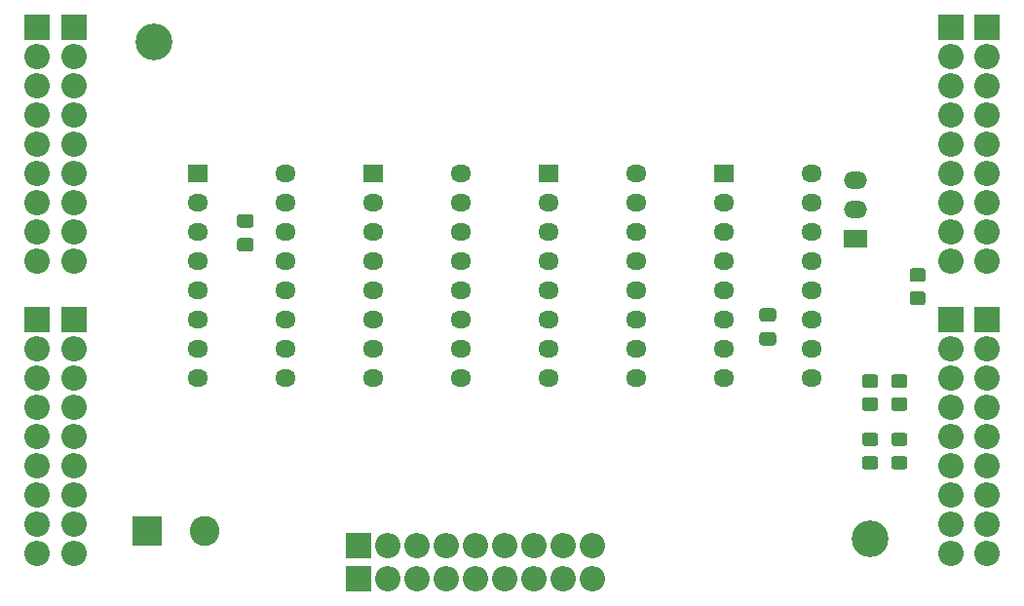
<source format=gbr>
%TF.GenerationSoftware,KiCad,Pcbnew,(5.1.8)-1*%
%TF.CreationDate,2022-11-12T22:57:05+03:00*%
%TF.ProjectId,MUX4x1,4d555834-7831-42e6-9b69-6361645f7063,rev?*%
%TF.SameCoordinates,Original*%
%TF.FileFunction,Soldermask,Top*%
%TF.FilePolarity,Negative*%
%FSLAX46Y46*%
G04 Gerber Fmt 4.6, Leading zero omitted, Abs format (unit mm)*
G04 Created by KiCad (PCBNEW (5.1.8)-1) date 2022-11-12 22:57:05*
%MOMM*%
%LPD*%
G01*
G04 APERTURE LIST*
%ADD10O,2.200000X2.200000*%
%ADD11R,2.200000X2.200000*%
%ADD12O,1.800000X1.500000*%
%ADD13R,1.800000X1.500000*%
%ADD14O,2.000000X1.500000*%
%ADD15R,2.000000X1.500000*%
%ADD16C,3.200000*%
%ADD17R,2.600000X2.600000*%
%ADD18C,2.600000*%
G04 APERTURE END LIST*
%TO.C,C2*%
G36*
G01*
X136685000Y-87445000D02*
X137635000Y-87445000D01*
G75*
G02*
X137885000Y-87695000I0J-250000D01*
G01*
X137885000Y-88370000D01*
G75*
G02*
X137635000Y-88620000I-250000J0D01*
G01*
X136685000Y-88620000D01*
G75*
G02*
X136435000Y-88370000I0J250000D01*
G01*
X136435000Y-87695000D01*
G75*
G02*
X136685000Y-87445000I250000J0D01*
G01*
G37*
G36*
G01*
X136685000Y-85370000D02*
X137635000Y-85370000D01*
G75*
G02*
X137885000Y-85620000I0J-250000D01*
G01*
X137885000Y-86295000D01*
G75*
G02*
X137635000Y-86545000I-250000J0D01*
G01*
X136685000Y-86545000D01*
G75*
G02*
X136435000Y-86295000I0J250000D01*
G01*
X136435000Y-85620000D01*
G75*
G02*
X136685000Y-85370000I250000J0D01*
G01*
G37*
%TD*%
%TO.C,C1*%
G36*
G01*
X91282500Y-79275000D02*
X92232500Y-79275000D01*
G75*
G02*
X92482500Y-79525000I0J-250000D01*
G01*
X92482500Y-80200000D01*
G75*
G02*
X92232500Y-80450000I-250000J0D01*
G01*
X91282500Y-80450000D01*
G75*
G02*
X91032500Y-80200000I0J250000D01*
G01*
X91032500Y-79525000D01*
G75*
G02*
X91282500Y-79275000I250000J0D01*
G01*
G37*
G36*
G01*
X91282500Y-77200000D02*
X92232500Y-77200000D01*
G75*
G02*
X92482500Y-77450000I0J-250000D01*
G01*
X92482500Y-78125000D01*
G75*
G02*
X92232500Y-78375000I-250000J0D01*
G01*
X91282500Y-78375000D01*
G75*
G02*
X91032500Y-78125000I0J250000D01*
G01*
X91032500Y-77450000D01*
G75*
G02*
X91282500Y-77200000I250000J0D01*
G01*
G37*
%TD*%
D10*
%TO.C,J12*%
X121920000Y-108902500D03*
X119380000Y-108902500D03*
X116840000Y-108902500D03*
X114300000Y-108902500D03*
X111760000Y-108902500D03*
X109220000Y-108902500D03*
X106680000Y-108902500D03*
X104140000Y-108902500D03*
D11*
X101600000Y-108902500D03*
%TD*%
D10*
%TO.C,J11*%
X156210000Y-81280000D03*
X156210000Y-78740000D03*
X156210000Y-76200000D03*
X156210000Y-73660000D03*
X156210000Y-71120000D03*
X156210000Y-68580000D03*
X156210000Y-66040000D03*
X156210000Y-63500000D03*
D11*
X156210000Y-60960000D03*
%TD*%
D10*
%TO.C,J10*%
X73660000Y-81280000D03*
X73660000Y-78740000D03*
X73660000Y-76200000D03*
X73660000Y-73660000D03*
X73660000Y-71120000D03*
X73660000Y-68580000D03*
X73660000Y-66040000D03*
X73660000Y-63500000D03*
D11*
X73660000Y-60960000D03*
%TD*%
D10*
%TO.C,J9*%
X156210000Y-106680000D03*
X156210000Y-104140000D03*
X156210000Y-101600000D03*
X156210000Y-99060000D03*
X156210000Y-96520000D03*
X156210000Y-93980000D03*
X156210000Y-91440000D03*
X156210000Y-88900000D03*
D11*
X156210000Y-86360000D03*
%TD*%
D10*
%TO.C,J8*%
X73660000Y-106680000D03*
X73660000Y-104140000D03*
X73660000Y-101600000D03*
X73660000Y-99060000D03*
X73660000Y-96520000D03*
X73660000Y-93980000D03*
X73660000Y-91440000D03*
X73660000Y-88900000D03*
D11*
X73660000Y-86360000D03*
%TD*%
D12*
%TO.C,U2*%
X110490000Y-73660000D03*
X102870000Y-91440000D03*
X110490000Y-76200000D03*
X102870000Y-88900000D03*
X110490000Y-78740000D03*
X102870000Y-86360000D03*
X110490000Y-81280000D03*
X102870000Y-83820000D03*
X110490000Y-83820000D03*
X102870000Y-81280000D03*
X110490000Y-86360000D03*
X102870000Y-78740000D03*
X110490000Y-88900000D03*
X102870000Y-76200000D03*
X110490000Y-91440000D03*
D13*
X102870000Y-73660000D03*
%TD*%
%TO.C,R1*%
G36*
G01*
X149727499Y-83902500D02*
X150627501Y-83902500D01*
G75*
G02*
X150877500Y-84152499I0J-249999D01*
G01*
X150877500Y-84852501D01*
G75*
G02*
X150627501Y-85102500I-249999J0D01*
G01*
X149727499Y-85102500D01*
G75*
G02*
X149477500Y-84852501I0J249999D01*
G01*
X149477500Y-84152499D01*
G75*
G02*
X149727499Y-83902500I249999J0D01*
G01*
G37*
G36*
G01*
X149727499Y-81902500D02*
X150627501Y-81902500D01*
G75*
G02*
X150877500Y-82152499I0J-249999D01*
G01*
X150877500Y-82852501D01*
G75*
G02*
X150627501Y-83102500I-249999J0D01*
G01*
X149727499Y-83102500D01*
G75*
G02*
X149477500Y-82852501I0J249999D01*
G01*
X149477500Y-82152499D01*
G75*
G02*
X149727499Y-81902500I249999J0D01*
G01*
G37*
%TD*%
D14*
%TO.C,J7*%
X144780000Y-74295000D03*
X144780000Y-76835000D03*
D15*
X144780000Y-79375000D03*
%TD*%
D16*
%TO.C,H1*%
X83820000Y-62230000D03*
%TD*%
%TO.C,H2*%
X146050000Y-105410000D03*
%TD*%
D17*
%TO.C,J1*%
X83185000Y-104775000D03*
D18*
X88185000Y-104775000D03*
%TD*%
D11*
%TO.C,J2*%
X76835000Y-86360000D03*
D10*
X76835000Y-88900000D03*
X76835000Y-91440000D03*
X76835000Y-93980000D03*
X76835000Y-96520000D03*
X76835000Y-99060000D03*
X76835000Y-101600000D03*
X76835000Y-104140000D03*
X76835000Y-106680000D03*
%TD*%
%TO.C,J3*%
X153035000Y-106680000D03*
X153035000Y-104140000D03*
X153035000Y-101600000D03*
X153035000Y-99060000D03*
X153035000Y-96520000D03*
X153035000Y-93980000D03*
X153035000Y-91440000D03*
X153035000Y-88900000D03*
D11*
X153035000Y-86360000D03*
%TD*%
%TO.C,J4*%
X76835000Y-60960000D03*
D10*
X76835000Y-63500000D03*
X76835000Y-66040000D03*
X76835000Y-68580000D03*
X76835000Y-71120000D03*
X76835000Y-73660000D03*
X76835000Y-76200000D03*
X76835000Y-78740000D03*
X76835000Y-81280000D03*
%TD*%
%TO.C,J5*%
X153035000Y-81280000D03*
X153035000Y-78740000D03*
X153035000Y-76200000D03*
X153035000Y-73660000D03*
X153035000Y-71120000D03*
X153035000Y-68580000D03*
X153035000Y-66040000D03*
X153035000Y-63500000D03*
D11*
X153035000Y-60960000D03*
%TD*%
%TO.C,J6*%
X101600000Y-106045000D03*
D10*
X104140000Y-106045000D03*
X106680000Y-106045000D03*
X109220000Y-106045000D03*
X111760000Y-106045000D03*
X114300000Y-106045000D03*
X116840000Y-106045000D03*
X119380000Y-106045000D03*
X121920000Y-106045000D03*
%TD*%
D13*
%TO.C,U1*%
X87630000Y-73660000D03*
D12*
X95250000Y-91440000D03*
X87630000Y-76200000D03*
X95250000Y-88900000D03*
X87630000Y-78740000D03*
X95250000Y-86360000D03*
X87630000Y-81280000D03*
X95250000Y-83820000D03*
X87630000Y-83820000D03*
X95250000Y-81280000D03*
X87630000Y-86360000D03*
X95250000Y-78740000D03*
X87630000Y-88900000D03*
X95250000Y-76200000D03*
X87630000Y-91440000D03*
X95250000Y-73660000D03*
%TD*%
D13*
%TO.C,U3*%
X118110000Y-73660000D03*
D12*
X125730000Y-91440000D03*
X118110000Y-76200000D03*
X125730000Y-88900000D03*
X118110000Y-78740000D03*
X125730000Y-86360000D03*
X118110000Y-81280000D03*
X125730000Y-83820000D03*
X118110000Y-83820000D03*
X125730000Y-81280000D03*
X118110000Y-86360000D03*
X125730000Y-78740000D03*
X118110000Y-88900000D03*
X125730000Y-76200000D03*
X118110000Y-91440000D03*
X125730000Y-73660000D03*
%TD*%
%TO.C,U4*%
X140970000Y-73660000D03*
X133350000Y-91440000D03*
X140970000Y-76200000D03*
X133350000Y-88900000D03*
X140970000Y-78740000D03*
X133350000Y-86360000D03*
X140970000Y-81280000D03*
X133350000Y-83820000D03*
X140970000Y-83820000D03*
X133350000Y-81280000D03*
X140970000Y-86360000D03*
X133350000Y-78740000D03*
X140970000Y-88900000D03*
X133350000Y-76200000D03*
X140970000Y-91440000D03*
D13*
X133350000Y-73660000D03*
%TD*%
%TO.C,D1*%
G36*
G01*
X146500001Y-99390000D02*
X145599999Y-99390000D01*
G75*
G02*
X145350000Y-99140001I0J249999D01*
G01*
X145350000Y-98489999D01*
G75*
G02*
X145599999Y-98240000I249999J0D01*
G01*
X146500001Y-98240000D01*
G75*
G02*
X146750000Y-98489999I0J-249999D01*
G01*
X146750000Y-99140001D01*
G75*
G02*
X146500001Y-99390000I-249999J0D01*
G01*
G37*
G36*
G01*
X146500001Y-97340000D02*
X145599999Y-97340000D01*
G75*
G02*
X145350000Y-97090001I0J249999D01*
G01*
X145350000Y-96439999D01*
G75*
G02*
X145599999Y-96190000I249999J0D01*
G01*
X146500001Y-96190000D01*
G75*
G02*
X146750000Y-96439999I0J-249999D01*
G01*
X146750000Y-97090001D01*
G75*
G02*
X146500001Y-97340000I-249999J0D01*
G01*
G37*
%TD*%
%TO.C,D2*%
G36*
G01*
X149040001Y-97340000D02*
X148139999Y-97340000D01*
G75*
G02*
X147890000Y-97090001I0J249999D01*
G01*
X147890000Y-96439999D01*
G75*
G02*
X148139999Y-96190000I249999J0D01*
G01*
X149040001Y-96190000D01*
G75*
G02*
X149290000Y-96439999I0J-249999D01*
G01*
X149290000Y-97090001D01*
G75*
G02*
X149040001Y-97340000I-249999J0D01*
G01*
G37*
G36*
G01*
X149040001Y-99390000D02*
X148139999Y-99390000D01*
G75*
G02*
X147890000Y-99140001I0J249999D01*
G01*
X147890000Y-98489999D01*
G75*
G02*
X148139999Y-98240000I249999J0D01*
G01*
X149040001Y-98240000D01*
G75*
G02*
X149290000Y-98489999I0J-249999D01*
G01*
X149290000Y-99140001D01*
G75*
G02*
X149040001Y-99390000I-249999J0D01*
G01*
G37*
%TD*%
%TO.C,R2*%
G36*
G01*
X146500001Y-92310000D02*
X145599999Y-92310000D01*
G75*
G02*
X145350000Y-92060001I0J249999D01*
G01*
X145350000Y-91359999D01*
G75*
G02*
X145599999Y-91110000I249999J0D01*
G01*
X146500001Y-91110000D01*
G75*
G02*
X146750000Y-91359999I0J-249999D01*
G01*
X146750000Y-92060001D01*
G75*
G02*
X146500001Y-92310000I-249999J0D01*
G01*
G37*
G36*
G01*
X146500001Y-94310000D02*
X145599999Y-94310000D01*
G75*
G02*
X145350000Y-94060001I0J249999D01*
G01*
X145350000Y-93359999D01*
G75*
G02*
X145599999Y-93110000I249999J0D01*
G01*
X146500001Y-93110000D01*
G75*
G02*
X146750000Y-93359999I0J-249999D01*
G01*
X146750000Y-94060001D01*
G75*
G02*
X146500001Y-94310000I-249999J0D01*
G01*
G37*
%TD*%
%TO.C,R3*%
G36*
G01*
X149040001Y-94310000D02*
X148139999Y-94310000D01*
G75*
G02*
X147890000Y-94060001I0J249999D01*
G01*
X147890000Y-93359999D01*
G75*
G02*
X148139999Y-93110000I249999J0D01*
G01*
X149040001Y-93110000D01*
G75*
G02*
X149290000Y-93359999I0J-249999D01*
G01*
X149290000Y-94060001D01*
G75*
G02*
X149040001Y-94310000I-249999J0D01*
G01*
G37*
G36*
G01*
X149040001Y-92310000D02*
X148139999Y-92310000D01*
G75*
G02*
X147890000Y-92060001I0J249999D01*
G01*
X147890000Y-91359999D01*
G75*
G02*
X148139999Y-91110000I249999J0D01*
G01*
X149040001Y-91110000D01*
G75*
G02*
X149290000Y-91359999I0J-249999D01*
G01*
X149290000Y-92060001D01*
G75*
G02*
X149040001Y-92310000I-249999J0D01*
G01*
G37*
%TD*%
M02*

</source>
